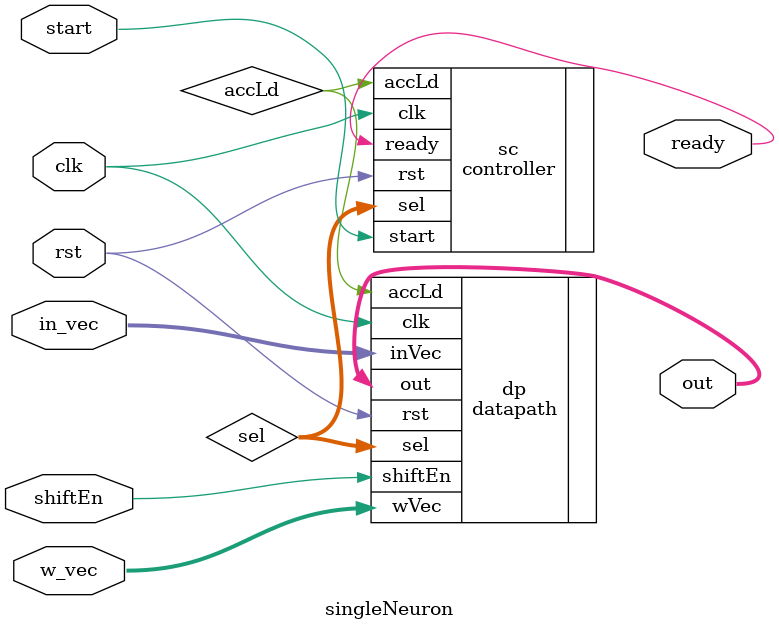
<source format=v>
module singleNeuron #
	( 	
	   parameter N = 10,
		parameter DW = 8,
		parameter DW_VEC = N*DW
	)(		
		input wire clk,
		input wire rst,
		input wire start,
		input wire shiftEn,
		input wire [DW_VEC-1:0] in_vec,
		input wire [DW_VEC-1:0] w_vec,
		output wire [7:0] out,
		output wire ready
	);
	
	function integer clogb2;
   input [31:0] value;
   integer 	i;
   begin
      clogb2 = 0;
      for(i = 0; 2**i < value; i = i + 1)
	       clogb2 = i + 1;
   end
  endfunction
  
  wire accLd;
  wire [clogb2(N)-1:0]sel;
  
  datapath #(N , DW) dp (
   .clk(clk), 
   .rst(rst), 
   .accLd(accLd),
	.shiftEn(shiftEn),
   .sel(sel), 
   .inVec(in_vec), 
   .wVec(w_vec), 
   .out(out)
   );
	 
	controller #(N) sc (
   .clk(clk), 
   .rst(rst), 
   .start(start), 
   .accLd(accLd), 
   .ready(ready), 
   .sel(sel)
   );
	
endmodule

</source>
